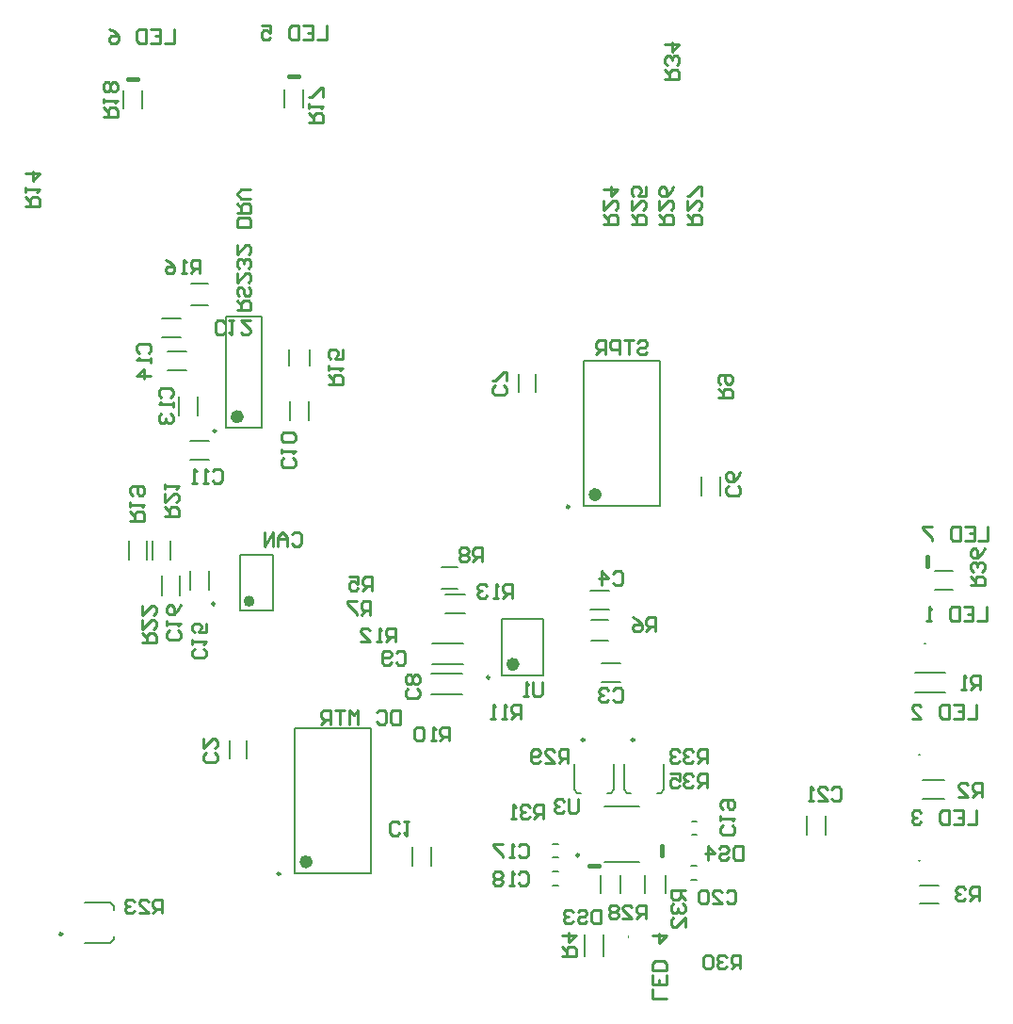
<source format=gbr>
%TF.GenerationSoftware,Altium Limited,Altium Designer,23.1.1 (15)*%
G04 Layer_Color=32896*
%FSLAX45Y45*%
%MOMM*%
%TF.SameCoordinates,94CA0F20-7CEF-4758-9589-D945348769B5*%
%TF.FilePolarity,Positive*%
%TF.FileFunction,Legend,Bot*%
%TF.Part,Single*%
G01*
G75*
%TA.AperFunction,NonConductor*%
%ADD95C,0.25000*%
%ADD96C,0.20000*%
%ADD98C,0.25400*%
%ADD99C,0.60000*%
%ADD100C,0.50000*%
%ADD101C,0.40000*%
D95*
X-7050000Y5223000D02*
G03*
X-7050000Y5223000I-12500J0D01*
G01*
X-8432500Y700000D02*
G03*
X-8432500Y700000I-12500J0D01*
G01*
X-6472500Y1241001D02*
G03*
X-6472500Y1241001I-12500J0D01*
G01*
X-7060000Y3669000D02*
G03*
X-7060000Y3669000I-12500J0D01*
G01*
X-4587500Y3007500D02*
G03*
X-4587500Y3007500I-12500J0D01*
G01*
X-3872500Y4541000D02*
G03*
X-3872500Y4541000I-12500J0D01*
G01*
X-3737500Y2445000D02*
G03*
X-3737500Y2445000I-12500J0D01*
G01*
X-3287500D02*
G03*
X-3287500Y2445000I-12500J0D01*
G01*
X-3785000Y1409500D02*
G03*
X-3785000Y1409500I-12500J0D01*
G01*
D96*
X-3340000Y670000D02*
G03*
X-3340000Y680000I0J5000D01*
G01*
D02*
G03*
X-3340000Y670000I0J-5000D01*
G01*
D02*
G03*
X-3340000Y680000I0J5000D01*
G01*
X-720000Y1360000D02*
G03*
X-730000Y1360000I-5000J0D01*
G01*
D02*
G03*
X-720000Y1360000I5000J0D01*
G01*
D02*
G03*
X-730000Y1360000I-5000J0D01*
G01*
X-720000Y2310000D02*
G03*
X-730000Y2310000I-5000J0D01*
G01*
D02*
G03*
X-720000Y2310000I5000J0D01*
G01*
D02*
G03*
X-730000Y2310000I-5000J0D01*
G01*
X-670000Y3310000D02*
G03*
X-680000Y3310000I-5000J0D01*
G01*
D02*
G03*
X-670000Y3310000I5000J0D01*
G01*
D02*
G03*
X-680000Y3310000I-5000J0D01*
G01*
X-7385000Y5365000D02*
Y5535000D01*
X-7215000Y5365000D02*
Y5535000D01*
X-6960000Y5250000D02*
Y6250000D01*
X-6640000Y5250000D02*
Y6250000D01*
X-6960000Y5250000D02*
X-6640000D01*
X-6960000Y6250000D02*
X-6640000D01*
X-1735000Y1590000D02*
Y1760000D01*
X-1565000Y1590000D02*
Y1760000D01*
X-4175000Y5570000D02*
Y5730000D01*
X-4325000Y5570000D02*
Y5730000D01*
X-6775000Y2277422D02*
Y2437422D01*
X-6925000Y2277422D02*
Y2437422D01*
X-7111123Y3795633D02*
Y3965633D01*
X-7281123Y3795633D02*
Y3965633D01*
X-7485000Y5935000D02*
X-7315000D01*
X-7485000Y5765000D02*
X-7315000D01*
X-7535000Y6065000D02*
X-7365000D01*
X-7535000Y6235000D02*
X-7365000D01*
X-7285000Y4965000D02*
X-7115000D01*
X-7285000Y5135000D02*
X-7115000D01*
X-6385000Y5315000D02*
Y5485000D01*
X-6215000Y5315000D02*
Y5485000D01*
X-2685000Y4640000D02*
Y4810000D01*
X-2515000Y4640000D02*
Y4810000D01*
X-3585000Y3135000D02*
X-3415000D01*
X-3585000Y2965000D02*
X-3415000D01*
X-5285000Y1315000D02*
Y1485000D01*
X-5115000Y1315000D02*
Y1485000D01*
X-7830000Y4065000D02*
Y4235000D01*
X-7669267Y4064467D02*
Y4234467D01*
X-7463632Y4064064D02*
Y4234064D01*
X-7624366Y4064597D02*
Y4234597D01*
X-8230000Y620000D02*
X-8000000D01*
X-7970000Y650000D01*
Y680000D01*
X-7970000Y920000D02*
Y950000D01*
X-8000000Y980000D02*
X-7970000Y950000D01*
X-8230000Y980000D02*
X-8000000D01*
X-6340000Y2550000D02*
X-5660000D01*
X-6340000Y1250001D02*
X-5660000D01*
Y2550000D01*
X-6340000Y1250001D02*
Y2550000D01*
X-6835000Y3609500D02*
X-6535000D01*
Y4109500D01*
X-6835000D02*
X-6535000D01*
X-6835000Y3609500D02*
Y4109500D01*
X-3562500Y503876D02*
Y696124D01*
X-3737500Y503876D02*
Y696124D01*
X-588775Y3798208D02*
X-423775D01*
X-588775Y3963208D02*
X-423775D01*
X-4480000Y3535000D02*
X-4110000D01*
X-4480000Y3025000D02*
X-4110000D01*
Y3535000D01*
X-4480000Y3025000D02*
Y3535000D01*
X-3675830Y3528233D02*
X-3525830D01*
X-3675830Y3338233D02*
X-3525830D01*
X-3685000Y3615000D02*
X-3515000D01*
X-3685000Y3785000D02*
X-3515000D01*
X-5025000Y3805000D02*
X-4875000D01*
X-5025000Y3995000D02*
X-4875000D01*
X-5118325Y2859394D02*
X-4837112D01*
X-5118325Y3040607D02*
X-4837112D01*
X-5108712Y3130371D02*
X-4827499D01*
X-5108712Y3311584D02*
X-4827499D01*
X-4983441Y3757039D02*
X-4813441D01*
X-4983441Y3587039D02*
X-4813441D01*
X-3740000Y5850000D02*
X-3060000D01*
X-3740000Y4550000D02*
X-3060000D01*
Y5850000D01*
X-3740000Y4550000D02*
Y5850000D01*
X-3470000Y2000000D02*
Y2230000D01*
X-3500000Y1970000D02*
X-3470000Y2000000D01*
X-3530000Y1970000D02*
X-3500000D01*
X-3800000Y1970000D02*
X-3770000D01*
X-3830000Y2000000D02*
X-3800000Y1970000D01*
X-3830000Y2000000D02*
Y2230000D01*
X-3020000Y2000000D02*
Y2230000D01*
X-3050000Y1970000D02*
X-3020000Y2000000D01*
X-3080000Y1970000D02*
X-3050000D01*
X-3350000Y1970000D02*
X-3320000D01*
X-3380000Y2000000D02*
X-3350000Y1970000D01*
X-3380000Y2000000D02*
Y2230000D01*
X-3590000Y1070000D02*
Y1230000D01*
X-3410000Y1070000D02*
Y1230000D01*
X-3190000Y1070000D02*
Y1230000D01*
X-3010000Y1070000D02*
Y1230000D01*
X-7370952Y3746573D02*
Y3921573D01*
X-7535952Y3746573D02*
Y3921573D01*
X-766075Y2868153D02*
X-489862D01*
X-766075Y3049366D02*
X-489862D01*
X-696124Y1912500D02*
X-503876D01*
X-696124Y2087500D02*
X-503876D01*
X-719830Y1133150D02*
X-549830D01*
X-720364Y972417D02*
X-550364D01*
X-3557500Y1850000D02*
X-3242500D01*
X-3557500Y1350000D02*
X-3242500D01*
X-6267500Y8127500D02*
Y8292500D01*
X-6432500Y8127500D02*
Y8292500D01*
X-7717500Y8117500D02*
Y8282500D01*
X-7882500Y8117500D02*
Y8282500D01*
X-6205000Y5806539D02*
Y5956540D01*
X-6395000Y5806539D02*
Y5956540D01*
X-7275000Y6355000D02*
X-7125000D01*
X-7275000Y6545000D02*
X-7125000D01*
X-2772190Y1589690D02*
X-2722810D01*
X-2772190Y1710310D02*
X-2722810D01*
X-2774690Y1189690D02*
X-2725310D01*
X-2774690Y1310310D02*
X-2725310D01*
X-4024690Y1260310D02*
X-3975310D01*
X-4024690Y1139690D02*
X-3975310D01*
X-4024690Y1510310D02*
X-3975310D01*
X-4024690Y1389690D02*
X-3975310D01*
D98*
X-1512127Y2001513D02*
X-1491300Y2022340D01*
X-1449647D01*
X-1428820Y2001513D01*
Y1918206D01*
X-1449647Y1897380D01*
X-1491300D01*
X-1512127Y1918206D01*
X-1637086Y1897380D02*
X-1553780D01*
X-1637086Y1980686D01*
Y2001513D01*
X-1616259Y2022340D01*
X-1574606D01*
X-1553780Y2001513D01*
X-1678739Y1897380D02*
X-1720393D01*
X-1699566D01*
Y2022340D01*
X-1678739Y2001513D01*
X-2812480Y7083387D02*
X-2687520D01*
Y7145867D01*
X-2708347Y7166694D01*
X-2750000D01*
X-2770827Y7145867D01*
Y7083387D01*
Y7125040D02*
X-2812480Y7166694D01*
Y7291653D02*
Y7208347D01*
X-2729173Y7291653D01*
X-2708347D01*
X-2687520Y7270826D01*
Y7229173D01*
X-2708347Y7208347D01*
X-2687520Y7333306D02*
Y7416613D01*
X-2708347D01*
X-2791653Y7333306D01*
X-2812480D01*
X-3062480Y7083387D02*
X-2937520D01*
Y7145867D01*
X-2958347Y7166694D01*
X-3000000D01*
X-3020827Y7145867D01*
Y7083387D01*
Y7125040D02*
X-3062480Y7166694D01*
Y7291653D02*
Y7208347D01*
X-2979173Y7291653D01*
X-2958347D01*
X-2937520Y7270826D01*
Y7229173D01*
X-2958347Y7208347D01*
X-2937520Y7416613D02*
X-2958347Y7374960D01*
X-3000000Y7333306D01*
X-3041653D01*
X-3062480Y7354133D01*
Y7395786D01*
X-3041653Y7416613D01*
X-3020827D01*
X-3000000Y7395786D01*
Y7333306D01*
X-3312480Y7083387D02*
X-3187520D01*
Y7145867D01*
X-3208347Y7166694D01*
X-3250000D01*
X-3270827Y7145867D01*
Y7083387D01*
Y7125040D02*
X-3312480Y7166694D01*
Y7291653D02*
Y7208347D01*
X-3229173Y7291653D01*
X-3208347D01*
X-3187520Y7270826D01*
Y7229173D01*
X-3208347Y7208347D01*
X-3187520Y7416613D02*
Y7333306D01*
X-3250000D01*
X-3229173Y7374960D01*
Y7395786D01*
X-3250000Y7416613D01*
X-3291653D01*
X-3312480Y7395786D01*
Y7354133D01*
X-3291653Y7333306D01*
X-3562480Y7083387D02*
X-3437520D01*
Y7145867D01*
X-3458347Y7166693D01*
X-3500000D01*
X-3520827Y7145867D01*
Y7083387D01*
Y7125040D02*
X-3562480Y7166693D01*
Y7291653D02*
Y7208347D01*
X-3479174Y7291653D01*
X-3458347D01*
X-3437520Y7270826D01*
Y7229173D01*
X-3458347Y7208347D01*
X-3562480Y7395786D02*
X-3437520D01*
X-3500000Y7333306D01*
Y7416613D01*
X-7512480Y4454214D02*
X-7387520D01*
Y4516694D01*
X-7408347Y4537520D01*
X-7450000D01*
X-7470827Y4516694D01*
Y4454214D01*
Y4495867D02*
X-7512480Y4537520D01*
Y4662480D02*
Y4579173D01*
X-7429173Y4662480D01*
X-7408347D01*
X-7387520Y4641653D01*
Y4600000D01*
X-7408347Y4579173D01*
X-7512480Y4704133D02*
Y4745786D01*
Y4724960D01*
X-7387520D01*
X-7408347Y4704133D01*
X-7820136Y4414548D02*
X-7695176D01*
Y4477028D01*
X-7716003Y4497855D01*
X-7757656D01*
X-7778483Y4477028D01*
Y4414548D01*
Y4456202D02*
X-7820136Y4497855D01*
Y4539508D02*
Y4581161D01*
Y4560335D01*
X-7695176D01*
X-7716003Y4539508D01*
X-7799310Y4643641D02*
X-7820136Y4664467D01*
Y4706121D01*
X-7799310Y4726947D01*
X-7716003D01*
X-7695176Y4706121D01*
Y4664467D01*
X-7716003Y4643641D01*
X-7736830D01*
X-7757656Y4664467D01*
Y4726947D01*
X-4385811Y3721792D02*
Y3846752D01*
X-4448291D01*
X-4469117Y3825925D01*
Y3784272D01*
X-4448291Y3763445D01*
X-4385811D01*
X-4427464D02*
X-4469117Y3721792D01*
X-4510771D02*
X-4552424D01*
X-4531597D01*
Y3846752D01*
X-4510771Y3825925D01*
X-4614903D02*
X-4635730Y3846752D01*
X-4677383D01*
X-4698210Y3825925D01*
Y3805099D01*
X-4677383Y3784272D01*
X-4656557D01*
X-4677383D01*
X-4698210Y3763445D01*
Y3742619D01*
X-4677383Y3721792D01*
X-4635730D01*
X-4614903Y3742619D01*
X-4308967Y2637205D02*
Y2762164D01*
X-4371447D01*
X-4392274Y2741337D01*
Y2699684D01*
X-4371447Y2678858D01*
X-4308967D01*
X-4350620D02*
X-4392274Y2637205D01*
X-4433927D02*
X-4475580D01*
X-4454753D01*
Y2762164D01*
X-4433927Y2741337D01*
X-4538060Y2637205D02*
X-4579713D01*
X-4558886D01*
Y2762164D01*
X-4538060Y2741337D01*
X-4116694Y2962480D02*
Y2858347D01*
X-4137520Y2837520D01*
X-4179173D01*
X-4200000Y2858347D01*
Y2962480D01*
X-4241653Y2837520D02*
X-4283306D01*
X-4262480D01*
Y2962480D01*
X-4241653Y2941653D01*
X-3479174Y2891653D02*
X-3458347Y2912480D01*
X-3416694D01*
X-3395867Y2891653D01*
Y2808347D01*
X-3416694Y2787520D01*
X-3458347D01*
X-3479174Y2808347D01*
X-3520827Y2891653D02*
X-3541653Y2912480D01*
X-3583307D01*
X-3604133Y2891653D01*
Y2870827D01*
X-3583307Y2850000D01*
X-3562480D01*
X-3583307D01*
X-3604133Y2829173D01*
Y2808347D01*
X-3583307Y2787520D01*
X-3541653D01*
X-3520827Y2808347D01*
X-108428Y4362480D02*
Y4237520D01*
X-191734D01*
X-316694Y4362480D02*
X-233387D01*
Y4237520D01*
X-316694D01*
X-233387Y4300000D02*
X-275040D01*
X-358347Y4362480D02*
Y4237520D01*
X-420826D01*
X-441653Y4258347D01*
Y4341653D01*
X-420826Y4362480D01*
X-358347D01*
X-608266D02*
X-691572D01*
Y4341653D01*
X-608266Y4258347D01*
Y4237520D01*
X-3795867Y1912480D02*
Y1808347D01*
X-3816694Y1787520D01*
X-3858347D01*
X-3879174Y1808347D01*
Y1912480D01*
X-3920827Y1891653D02*
X-3941653Y1912480D01*
X-3983306D01*
X-4004133Y1891653D01*
Y1870827D01*
X-3983306Y1850000D01*
X-3962480D01*
X-3983306D01*
X-4004133Y1829174D01*
Y1808347D01*
X-3983306Y1787520D01*
X-3941653D01*
X-3920827Y1808347D01*
X-3256633Y6014179D02*
X-3235807Y6035005D01*
X-3194153D01*
X-3173327Y6014179D01*
Y5993352D01*
X-3194153Y5972526D01*
X-3235807D01*
X-3256633Y5951699D01*
Y5930872D01*
X-3235807Y5910046D01*
X-3194153D01*
X-3173327Y5930872D01*
X-3298287Y6035005D02*
X-3381593D01*
X-3339940D01*
Y5910046D01*
X-3423246D02*
Y6035005D01*
X-3485726D01*
X-3506553Y6014179D01*
Y5972526D01*
X-3485726Y5951699D01*
X-3423246D01*
X-3548206Y5910046D02*
Y6035005D01*
X-3610685D01*
X-3631512Y6014179D01*
Y5972526D01*
X-3610685Y5951699D01*
X-3548206D01*
X-3589859D02*
X-3631512Y5910046D01*
X-6862480Y6308508D02*
X-6737520D01*
Y6370988D01*
X-6758347Y6391815D01*
X-6800000D01*
X-6820827Y6370988D01*
Y6308508D01*
Y6350162D02*
X-6862480Y6391815D01*
X-6758347Y6516774D02*
X-6737520Y6495948D01*
Y6454294D01*
X-6758347Y6433468D01*
X-6779173D01*
X-6800000Y6454294D01*
Y6495948D01*
X-6820827Y6516774D01*
X-6841653D01*
X-6862480Y6495948D01*
Y6454294D01*
X-6841653Y6433468D01*
X-6862480Y6641734D02*
Y6558428D01*
X-6779173Y6641734D01*
X-6758347D01*
X-6737520Y6620907D01*
Y6579254D01*
X-6758347Y6558428D01*
Y6683387D02*
X-6737520Y6704214D01*
Y6745867D01*
X-6758347Y6766694D01*
X-6779173D01*
X-6800000Y6745867D01*
Y6725040D01*
Y6745867D01*
X-6820827Y6766694D01*
X-6841653D01*
X-6862480Y6745867D01*
Y6704214D01*
X-6841653Y6683387D01*
X-6862480Y6891653D02*
Y6808347D01*
X-6779173Y6891653D01*
X-6758347D01*
X-6737520Y6870826D01*
Y6829173D01*
X-6758347Y6808347D01*
X-6737520Y7058266D02*
X-6862480D01*
Y7120746D01*
X-6841653Y7141572D01*
X-6758347D01*
X-6737520Y7120746D01*
Y7058266D01*
X-6862480Y7183226D02*
X-6737520D01*
Y7245705D01*
X-6758347Y7266532D01*
X-6800000D01*
X-6820827Y7245705D01*
Y7183226D01*
Y7224879D02*
X-6862480Y7266532D01*
X-6737520Y7308185D02*
X-6820827D01*
X-6862480Y7349838D01*
X-6820827Y7391492D01*
X-6737520D01*
X-8762480Y7243801D02*
X-8637520D01*
Y7306280D01*
X-8658347Y7327107D01*
X-8700000D01*
X-8720827Y7306280D01*
Y7243801D01*
Y7285454D02*
X-8762480Y7327107D01*
Y7368760D02*
Y7410413D01*
Y7389587D01*
X-8637520D01*
X-8658347Y7368760D01*
X-8762480Y7535373D02*
X-8637520D01*
X-8700000Y7472893D01*
Y7556200D01*
X-2632953Y2016908D02*
Y2141868D01*
X-2695433D01*
X-2716259Y2121041D01*
Y2079388D01*
X-2695433Y2058561D01*
X-2632953D01*
X-2674606D02*
X-2716259Y2016908D01*
X-2757912Y2121041D02*
X-2778739Y2141868D01*
X-2820392D01*
X-2841219Y2121041D01*
Y2100214D01*
X-2820392Y2079388D01*
X-2799566D01*
X-2820392D01*
X-2841219Y2058561D01*
Y2037735D01*
X-2820392Y2016908D01*
X-2778739D01*
X-2757912Y2037735D01*
X-2966178Y2141868D02*
X-2882872D01*
Y2079388D01*
X-2924525Y2100214D01*
X-2945352D01*
X-2966178Y2079388D01*
Y2037735D01*
X-2945352Y2016908D01*
X-2903699D01*
X-2882872Y2037735D01*
X-3012480Y8383387D02*
X-2887520D01*
Y8445867D01*
X-2908347Y8466694D01*
X-2950000D01*
X-2970826Y8445867D01*
Y8383387D01*
Y8425040D02*
X-3012480Y8466694D01*
X-2908347Y8508347D02*
X-2887520Y8529173D01*
Y8570826D01*
X-2908347Y8591653D01*
X-2929173D01*
X-2950000Y8570826D01*
Y8550000D01*
Y8570826D01*
X-2970826Y8591653D01*
X-2991653D01*
X-3012480Y8570826D01*
Y8529173D01*
X-2991653Y8508347D01*
X-3012480Y8695786D02*
X-2887520D01*
X-2950000Y8633306D01*
Y8716613D01*
X-4104214Y1737520D02*
Y1862480D01*
X-4166693D01*
X-4187520Y1841653D01*
Y1800000D01*
X-4166693Y1779173D01*
X-4104214D01*
X-4145867D02*
X-4187520Y1737520D01*
X-4229173Y1841653D02*
X-4250000Y1862480D01*
X-4291653D01*
X-4312480Y1841653D01*
Y1820827D01*
X-4291653Y1800000D01*
X-4270827D01*
X-4291653D01*
X-4312480Y1779173D01*
Y1758347D01*
X-4291653Y1737520D01*
X-4250000D01*
X-4229173Y1758347D01*
X-4354133Y1737520D02*
X-4395786D01*
X-4374959D01*
Y1862480D01*
X-4354133Y1841653D01*
X-2333387Y387520D02*
Y512480D01*
X-2395867D01*
X-2416694Y491653D01*
Y450000D01*
X-2395867Y429174D01*
X-2333387D01*
X-2375040D02*
X-2416694Y387520D01*
X-2458347Y491653D02*
X-2479173Y512480D01*
X-2520827D01*
X-2541653Y491653D01*
Y470827D01*
X-2520827Y450000D01*
X-2500000D01*
X-2520827D01*
X-2541653Y429174D01*
Y408347D01*
X-2520827Y387520D01*
X-2479173D01*
X-2458347Y408347D01*
X-2583306Y491653D02*
X-2604133Y512480D01*
X-2645786D01*
X-2666613Y491653D01*
Y408347D01*
X-2645786Y387520D01*
X-2604133D01*
X-2583306Y408347D01*
Y491653D01*
X-2633387Y2237520D02*
Y2362480D01*
X-2695867D01*
X-2716694Y2341653D01*
Y2300000D01*
X-2695867Y2279173D01*
X-2633387D01*
X-2675040D02*
X-2716694Y2237520D01*
X-2758347Y2341653D02*
X-2779173Y2362480D01*
X-2820826D01*
X-2841653Y2341653D01*
Y2320827D01*
X-2820826Y2300000D01*
X-2800000D01*
X-2820826D01*
X-2841653Y2279173D01*
Y2258347D01*
X-2820826Y2237520D01*
X-2779173D01*
X-2758347Y2258347D01*
X-2883306Y2341653D02*
X-2904133Y2362480D01*
X-2945786D01*
X-2966613Y2341653D01*
Y2320827D01*
X-2945786Y2300000D01*
X-2924960D01*
X-2945786D01*
X-2966613Y2279173D01*
Y2258347D01*
X-2945786Y2237520D01*
X-2904133D01*
X-2883306Y2258347D01*
X-3883387Y2237520D02*
Y2362480D01*
X-3945867D01*
X-3966694Y2341653D01*
Y2300000D01*
X-3945867Y2279173D01*
X-3883387D01*
X-3925040D02*
X-3966694Y2237520D01*
X-4091653D02*
X-4008347D01*
X-4091653Y2320827D01*
Y2341653D01*
X-4070827Y2362480D01*
X-4029173D01*
X-4008347Y2341653D01*
X-4133306Y2258347D02*
X-4154133Y2237520D01*
X-4195786D01*
X-4216613Y2258347D01*
Y2341653D01*
X-4195786Y2362480D01*
X-4154133D01*
X-4133306Y2341653D01*
Y2320827D01*
X-4154133Y2300000D01*
X-4216613D01*
X-2832634Y1096673D02*
X-2957594D01*
Y1034193D01*
X-2936767Y1013367D01*
X-2895114D01*
X-2874287Y1034193D01*
Y1096673D01*
Y1055020D02*
X-2832634Y1013367D01*
X-2936767Y971713D02*
X-2957594Y950887D01*
Y909234D01*
X-2936767Y888407D01*
X-2915940D01*
X-2895114Y909234D01*
Y930060D01*
Y909234D01*
X-2874287Y888407D01*
X-2853460D01*
X-2832634Y909234D01*
Y950887D01*
X-2853460Y971713D01*
X-2832634Y763447D02*
Y846754D01*
X-2915940Y763447D01*
X-2936767D01*
X-2957594Y784274D01*
Y825927D01*
X-2936767Y846754D01*
X-3183387Y837520D02*
Y962480D01*
X-3245867D01*
X-3266693Y941653D01*
Y900000D01*
X-3245867Y879174D01*
X-3183387D01*
X-3225040D02*
X-3266693Y837520D01*
X-3391653D02*
X-3308347D01*
X-3391653Y920827D01*
Y941653D01*
X-3370826Y962480D01*
X-3329173D01*
X-3308347Y941653D01*
X-3433306D02*
X-3454133Y962480D01*
X-3495786D01*
X-3516613Y941653D01*
Y920827D01*
X-3495786Y900000D01*
X-3516613Y879174D01*
Y858347D01*
X-3495786Y837520D01*
X-3454133D01*
X-3433306Y858347D01*
Y879174D01*
X-3454133Y900000D01*
X-3433306Y920827D01*
Y941653D01*
X-3454133Y900000D02*
X-3495786D01*
X-186125Y999592D02*
Y1124551D01*
X-248604D01*
X-269431Y1103725D01*
Y1062072D01*
X-248604Y1041245D01*
X-186125D01*
X-227778D02*
X-269431Y999592D01*
X-311084Y1103725D02*
X-331911Y1124551D01*
X-373564D01*
X-394391Y1103725D01*
Y1082898D01*
X-373564Y1062072D01*
X-352737D01*
X-373564D01*
X-394391Y1041245D01*
Y1020418D01*
X-373564Y999592D01*
X-331911D01*
X-311084Y1020418D01*
X-161840Y1936184D02*
Y2061143D01*
X-224319D01*
X-245146Y2040317D01*
Y1998664D01*
X-224319Y1977837D01*
X-161840D01*
X-203493D02*
X-245146Y1936184D01*
X-370106D02*
X-286799D01*
X-370106Y2019490D01*
Y2040317D01*
X-349279Y2061143D01*
X-307626D01*
X-286799Y2040317D01*
X-178228Y2899591D02*
Y3024551D01*
X-240708D01*
X-261535Y3003724D01*
Y2962071D01*
X-240708Y2941244D01*
X-178228D01*
X-219881D02*
X-261535Y2899591D01*
X-303188D02*
X-344841D01*
X-324014D01*
Y3024551D01*
X-303188Y3003724D01*
X-3936861Y504080D02*
X-3811901D01*
Y566559D01*
X-3832728Y587386D01*
X-3874381D01*
X-3895207Y566559D01*
Y504080D01*
Y545733D02*
X-3936861Y587386D01*
Y691519D02*
X-3811901D01*
X-3874381Y629039D01*
Y712346D01*
X-7533387Y887520D02*
Y1012480D01*
X-7595867D01*
X-7616694Y991653D01*
Y950000D01*
X-7595867Y929173D01*
X-7533387D01*
X-7575040D02*
X-7616694Y887520D01*
X-7741653D02*
X-7658347D01*
X-7741653Y970827D01*
Y991653D01*
X-7720827Y1012480D01*
X-7679173D01*
X-7658347Y991653D01*
X-7783307D02*
X-7804133Y1012480D01*
X-7845786D01*
X-7866613Y991653D01*
Y970827D01*
X-7845786Y950000D01*
X-7824960D01*
X-7845786D01*
X-7866613Y929173D01*
Y908347D01*
X-7845786Y887520D01*
X-7804133D01*
X-7783307Y908347D01*
X-7712480Y3318387D02*
X-7587520D01*
Y3380867D01*
X-7608347Y3401694D01*
X-7650000D01*
X-7670826Y3380867D01*
Y3318387D01*
Y3360041D02*
X-7712480Y3401694D01*
Y3526653D02*
Y3443347D01*
X-7629173Y3526653D01*
X-7608347D01*
X-7587520Y3505827D01*
Y3464173D01*
X-7608347Y3443347D01*
X-7712480Y3651613D02*
Y3568307D01*
X-7629173Y3651613D01*
X-7608347D01*
X-7587520Y3630786D01*
Y3589133D01*
X-7608347Y3568307D01*
X-8062480Y8043801D02*
X-7937520D01*
Y8106280D01*
X-7958347Y8127107D01*
X-8000000D01*
X-8020826Y8106280D01*
Y8043801D01*
Y8085454D02*
X-8062480Y8127107D01*
Y8168760D02*
Y8210414D01*
Y8189587D01*
X-7937520D01*
X-7958347Y8168760D01*
Y8272893D02*
X-7937520Y8293720D01*
Y8335373D01*
X-7958347Y8356200D01*
X-7979173D01*
X-8000000Y8335373D01*
X-8020826Y8356200D01*
X-8041653D01*
X-8062480Y8335373D01*
Y8293720D01*
X-8041653Y8272893D01*
X-8020826D01*
X-8000000Y8293720D01*
X-7979173Y8272893D01*
X-7958347D01*
X-8000000Y8293720D02*
Y8335373D01*
X-6212480Y7993801D02*
X-6087520D01*
Y8056280D01*
X-6108347Y8077107D01*
X-6150000D01*
X-6170826Y8056280D01*
Y7993801D01*
Y8035454D02*
X-6212480Y8077107D01*
Y8118760D02*
Y8160413D01*
Y8139587D01*
X-6087520D01*
X-6108347Y8118760D01*
X-6087520Y8222893D02*
Y8306200D01*
X-6108347D01*
X-6191653Y8222893D01*
X-6212480D01*
X-7193801Y6637520D02*
Y6762480D01*
X-7256280D01*
X-7277107Y6741653D01*
Y6700000D01*
X-7256280Y6679174D01*
X-7193801D01*
X-7235454D02*
X-7277107Y6637520D01*
X-7318760D02*
X-7360414D01*
X-7339587D01*
Y6762480D01*
X-7318760Y6741653D01*
X-7506200Y6762480D02*
X-7464546Y6741653D01*
X-7422893Y6700000D01*
Y6658347D01*
X-7443720Y6637520D01*
X-7485373D01*
X-7506200Y6658347D01*
Y6679174D01*
X-7485373Y6700000D01*
X-7422893D01*
X-6038956Y5642080D02*
X-5913996D01*
Y5704559D01*
X-5934823Y5725386D01*
X-5976476D01*
X-5997302Y5704559D01*
Y5642080D01*
Y5683733D02*
X-6038956Y5725386D01*
Y5767039D02*
Y5808692D01*
Y5787866D01*
X-5913996D01*
X-5934823Y5767039D01*
X-5913996Y5954479D02*
Y5871172D01*
X-5976476D01*
X-5955649Y5912825D01*
Y5933652D01*
X-5976476Y5954479D01*
X-6018129D01*
X-6038956Y5933652D01*
Y5891999D01*
X-6018129Y5871172D01*
X-5438229Y3326767D02*
Y3451726D01*
X-5500709D01*
X-5521535Y3430900D01*
Y3389246D01*
X-5500709Y3368420D01*
X-5438229D01*
X-5479882D02*
X-5521535Y3326767D01*
X-5563189D02*
X-5604842D01*
X-5584015D01*
Y3451726D01*
X-5563189Y3430900D01*
X-5750628Y3326767D02*
X-5667321D01*
X-5750628Y3410073D01*
Y3430900D01*
X-5729801Y3451726D01*
X-5688148D01*
X-5667321Y3430900D01*
X-4951053Y2436625D02*
Y2561585D01*
X-5013533D01*
X-5034359Y2540758D01*
Y2499105D01*
X-5013533Y2478279D01*
X-4951053D01*
X-4992706D02*
X-5034359Y2436625D01*
X-5076012D02*
X-5117666D01*
X-5096839D01*
Y2561585D01*
X-5076012Y2540758D01*
X-5180145D02*
X-5200972Y2561585D01*
X-5242625D01*
X-5263452Y2540758D01*
Y2457452D01*
X-5242625Y2436625D01*
X-5200972D01*
X-5180145Y2457452D01*
Y2540758D01*
X-262480Y3833387D02*
X-137520D01*
Y3895867D01*
X-158347Y3916693D01*
X-200000D01*
X-220827Y3895867D01*
Y3833387D01*
Y3875040D02*
X-262480Y3916693D01*
X-158347Y3958347D02*
X-137520Y3979173D01*
Y4020826D01*
X-158347Y4041653D01*
X-179173D01*
X-200000Y4020826D01*
Y4000000D01*
Y4020826D01*
X-220827Y4041653D01*
X-241653D01*
X-262480Y4020826D01*
Y3979173D01*
X-241653Y3958347D01*
X-137520Y4166613D02*
X-158347Y4124959D01*
X-200000Y4083306D01*
X-241653D01*
X-262480Y4104133D01*
Y4145786D01*
X-241653Y4166613D01*
X-220827D01*
X-200000Y4145786D01*
Y4083306D01*
X-2533273Y5519446D02*
X-2408313D01*
Y5581926D01*
X-2429140Y5602753D01*
X-2470793D01*
X-2491620Y5581926D01*
Y5519446D01*
Y5561100D02*
X-2533273Y5602753D01*
X-2512446Y5644406D02*
X-2533273Y5665233D01*
Y5706886D01*
X-2512446Y5727712D01*
X-2429140D01*
X-2408313Y5706886D01*
Y5665233D01*
X-2429140Y5644406D01*
X-2449966D01*
X-2470793Y5665233D01*
Y5727712D01*
X-5645867Y3787520D02*
Y3912480D01*
X-5708347D01*
X-5729173Y3891653D01*
Y3850000D01*
X-5708347Y3829173D01*
X-5645867D01*
X-5687520D02*
X-5729173Y3787520D01*
X-5854133Y3912480D02*
X-5770827D01*
Y3850000D01*
X-5812480Y3870827D01*
X-5833306D01*
X-5854133Y3850000D01*
Y3808347D01*
X-5833306Y3787520D01*
X-5791653D01*
X-5770827Y3808347D01*
X-3096697Y3420753D02*
Y3545712D01*
X-3159177D01*
X-3180003Y3524886D01*
Y3483233D01*
X-3159177Y3462406D01*
X-3096697D01*
X-3138350D02*
X-3180003Y3420753D01*
X-3304963Y3545712D02*
X-3263310Y3524886D01*
X-3221656Y3483233D01*
Y3441579D01*
X-3242483Y3420753D01*
X-3284136D01*
X-3304963Y3441579D01*
Y3462406D01*
X-3284136Y3483233D01*
X-3221656D01*
X-5661756Y3564907D02*
Y3689867D01*
X-5724236D01*
X-5745062Y3669040D01*
Y3627387D01*
X-5724236Y3606560D01*
X-5661756D01*
X-5703409D02*
X-5745062Y3564907D01*
X-5786716Y3689867D02*
X-5870022D01*
Y3669040D01*
X-5786716Y3585733D01*
Y3564907D01*
X-4654941Y4047389D02*
Y4172348D01*
X-4717421D01*
X-4738248Y4151522D01*
Y4109868D01*
X-4717421Y4089042D01*
X-4654941D01*
X-4696594D02*
X-4738248Y4047389D01*
X-4779901Y4151522D02*
X-4800727Y4172348D01*
X-4842380D01*
X-4863207Y4151522D01*
Y4130695D01*
X-4842380Y4109868D01*
X-4863207Y4089042D01*
Y4068215D01*
X-4842380Y4047389D01*
X-4800727D01*
X-4779901Y4068215D01*
Y4089042D01*
X-4800727Y4109868D01*
X-4779901Y4130695D01*
Y4151522D01*
X-4800727Y4109868D02*
X-4842380D01*
X-2999530Y123891D02*
X-3124490D01*
Y207197D01*
X-2999530Y332157D02*
Y248850D01*
X-3124490D01*
Y332157D01*
X-3062010Y248850D02*
Y290503D01*
X-2999530Y373810D02*
X-3124490D01*
Y436289D01*
X-3103663Y457116D01*
X-3020357D01*
X-2999530Y436289D01*
Y373810D01*
X-3124490Y686209D02*
X-2999530D01*
X-3062010Y623729D01*
Y707035D01*
X-2316145Y1490651D02*
Y1365691D01*
X-2378624D01*
X-2399451Y1386517D01*
Y1469824D01*
X-2378624Y1490651D01*
X-2316145D01*
X-2524411Y1469824D02*
X-2503584Y1490651D01*
X-2461931D01*
X-2441104Y1469824D01*
Y1448997D01*
X-2461931Y1428171D01*
X-2503584D01*
X-2524411Y1407344D01*
Y1386517D01*
X-2503584Y1365691D01*
X-2461931D01*
X-2441104Y1386517D01*
X-2628544Y1365691D02*
Y1490651D01*
X-2566064Y1428171D01*
X-2649370D01*
X-3589086Y920551D02*
Y795591D01*
X-3651565D01*
X-3672392Y816417D01*
Y899724D01*
X-3651565Y920551D01*
X-3589086D01*
X-3797352Y899724D02*
X-3776525Y920551D01*
X-3734872D01*
X-3714045Y899724D01*
Y878897D01*
X-3734872Y858071D01*
X-3776525D01*
X-3797352Y837244D01*
Y816417D01*
X-3776525Y795591D01*
X-3734872D01*
X-3714045Y816417D01*
X-3839005Y899724D02*
X-3859831Y920551D01*
X-3901484D01*
X-3922311Y899724D01*
Y878897D01*
X-3901484Y858071D01*
X-3880658D01*
X-3901484D01*
X-3922311Y837244D01*
Y816417D01*
X-3901484Y795591D01*
X-3859831D01*
X-3839005Y816417D01*
X-6058428Y8862480D02*
Y8737520D01*
X-6141734D01*
X-6266694Y8862480D02*
X-6183387D01*
Y8737520D01*
X-6266694D01*
X-6183387Y8800000D02*
X-6225040D01*
X-6308347Y8862480D02*
Y8737520D01*
X-6370826D01*
X-6391653Y8758347D01*
Y8841653D01*
X-6370826Y8862480D01*
X-6308347D01*
X-6641572D02*
X-6558266D01*
Y8800000D01*
X-6599919Y8820827D01*
X-6620746D01*
X-6641572Y8800000D01*
Y8758347D01*
X-6620746Y8737520D01*
X-6579093D01*
X-6558266Y8758347D01*
X-7428814Y8834756D02*
Y8709796D01*
X-7512120D01*
X-7637080Y8834756D02*
X-7553774D01*
Y8709796D01*
X-7637080D01*
X-7553774Y8772276D02*
X-7595427D01*
X-7678733Y8834756D02*
Y8709796D01*
X-7741213D01*
X-7762040Y8730623D01*
Y8813929D01*
X-7741213Y8834756D01*
X-7678733D01*
X-8011959D02*
X-7970306Y8813929D01*
X-7928652Y8772276D01*
Y8730623D01*
X-7949479Y8709796D01*
X-7991132D01*
X-8011959Y8730623D01*
Y8751450D01*
X-7991132Y8772276D01*
X-7928652D01*
X-5395948Y2712480D02*
Y2587520D01*
X-5458427D01*
X-5479254Y2608347D01*
Y2691653D01*
X-5458427Y2712480D01*
X-5395948D01*
X-5604214Y2691653D02*
X-5583387Y2712480D01*
X-5541734D01*
X-5520907Y2691653D01*
Y2608347D01*
X-5541734Y2587520D01*
X-5583387D01*
X-5604214Y2608347D01*
X-5770827Y2587520D02*
Y2712480D01*
X-5812480Y2670827D01*
X-5854133Y2712480D01*
Y2587520D01*
X-5895786Y2712480D02*
X-5979093D01*
X-5937439D01*
Y2587520D01*
X-6020746D02*
Y2712480D01*
X-6083226D01*
X-6104052Y2691653D01*
Y2650000D01*
X-6083226Y2629174D01*
X-6020746D01*
X-6062399D02*
X-6104052Y2587520D01*
X-6366694Y4291653D02*
X-6345867Y4312480D01*
X-6304214D01*
X-6283387Y4291653D01*
Y4208347D01*
X-6304214Y4187520D01*
X-6345867D01*
X-6366694Y4208347D01*
X-6408347Y4187520D02*
Y4270827D01*
X-6450000Y4312480D01*
X-6491653Y4270827D01*
Y4187520D01*
Y4250000D01*
X-6408347D01*
X-6533306Y4187520D02*
Y4312480D01*
X-6616613Y4187520D01*
Y4312480D01*
X-2458891Y1076023D02*
X-2438064Y1096850D01*
X-2396411D01*
X-2375585Y1076023D01*
Y992717D01*
X-2396411Y971890D01*
X-2438064D01*
X-2458891Y992717D01*
X-2583851Y971890D02*
X-2500544D01*
X-2583851Y1055197D01*
Y1076023D01*
X-2563024Y1096850D01*
X-2521371D01*
X-2500544Y1076023D01*
X-2625504D02*
X-2646330Y1096850D01*
X-2687984D01*
X-2708810Y1076023D01*
Y992717D01*
X-2687984Y971890D01*
X-2646330D01*
X-2625504Y992717D01*
Y1076023D01*
X-2408347Y1677107D02*
X-2387520Y1656280D01*
Y1614627D01*
X-2408347Y1593801D01*
X-2491653D01*
X-2512480Y1614627D01*
Y1656280D01*
X-2491653Y1677107D01*
X-2512480Y1718760D02*
Y1760414D01*
Y1739587D01*
X-2387520D01*
X-2408347Y1718760D01*
X-2491653Y1822893D02*
X-2512480Y1843720D01*
Y1885373D01*
X-2491653Y1906200D01*
X-2408347D01*
X-2387520Y1885373D01*
Y1843720D01*
X-2408347Y1822893D01*
X-2429173D01*
X-2450000Y1843720D01*
Y1906200D01*
X-7741653Y5922893D02*
X-7762480Y5943720D01*
Y5985373D01*
X-7741653Y6006199D01*
X-7658347D01*
X-7637520Y5985373D01*
Y5943720D01*
X-7658347Y5922893D01*
X-7637520Y5881240D02*
Y5839586D01*
Y5860413D01*
X-7762480D01*
X-7741653Y5881240D01*
X-7637520Y5714627D02*
X-7762480D01*
X-7700000Y5777107D01*
Y5693800D01*
X-7541653Y5522893D02*
X-7562480Y5543720D01*
Y5585373D01*
X-7541653Y5606199D01*
X-7458347D01*
X-7437520Y5585373D01*
Y5543720D01*
X-7458347Y5522893D01*
X-7437520Y5481240D02*
Y5439587D01*
Y5460413D01*
X-7562480D01*
X-7541653Y5481240D01*
Y5377107D02*
X-7562480Y5356280D01*
Y5314627D01*
X-7541653Y5293800D01*
X-7520827D01*
X-7500000Y5314627D01*
Y5335454D01*
Y5314627D01*
X-7479174Y5293800D01*
X-7458347D01*
X-7437520Y5314627D01*
Y5356280D01*
X-7458347Y5377107D01*
X-6972893Y6108347D02*
X-6993720Y6087520D01*
X-7035373D01*
X-7056200Y6108347D01*
Y6191653D01*
X-7035373Y6212480D01*
X-6993720D01*
X-6972893Y6191653D01*
X-6931240Y6212480D02*
X-6889587D01*
X-6910413D01*
Y6087520D01*
X-6931240Y6108347D01*
X-6743801Y6212480D02*
X-6827107D01*
X-6743801Y6129173D01*
Y6108347D01*
X-6764627Y6087520D01*
X-6806281D01*
X-6827107Y6108347D01*
X-7080009Y4857965D02*
X-7059182Y4878792D01*
X-7017529D01*
X-6996703Y4857965D01*
Y4774659D01*
X-7017529Y4753832D01*
X-7059182D01*
X-7080009Y4774659D01*
X-7121662Y4753832D02*
X-7163315D01*
X-7142489D01*
Y4878792D01*
X-7121662Y4857965D01*
X-7225795Y4753832D02*
X-7267448D01*
X-7246622D01*
Y4878792D01*
X-7225795Y4857965D01*
X-6358347Y4977107D02*
X-6337520Y4956280D01*
Y4914627D01*
X-6358347Y4893801D01*
X-6441653D01*
X-6462480Y4914627D01*
Y4956280D01*
X-6441653Y4977107D01*
X-6462480Y5018760D02*
Y5060414D01*
Y5039587D01*
X-6337520D01*
X-6358347Y5018760D01*
Y5122893D02*
X-6337520Y5143720D01*
Y5185373D01*
X-6358347Y5206200D01*
X-6441653D01*
X-6462480Y5185373D01*
Y5143720D01*
X-6441653Y5122893D01*
X-6358347D01*
X-5430718Y3224059D02*
X-5409891Y3244886D01*
X-5368238D01*
X-5347411Y3224059D01*
Y3140752D01*
X-5368238Y3119926D01*
X-5409891D01*
X-5430718Y3140752D01*
X-5472371D02*
X-5493197Y3119926D01*
X-5534850D01*
X-5555677Y3140752D01*
Y3224059D01*
X-5534850Y3244886D01*
X-5493197D01*
X-5472371Y3224059D01*
Y3203232D01*
X-5493197Y3182406D01*
X-5555677D01*
X-5239791Y2905748D02*
X-5218964Y2884922D01*
Y2843268D01*
X-5239791Y2822442D01*
X-5323098D01*
X-5343924Y2843268D01*
Y2884922D01*
X-5323098Y2905748D01*
X-5239791Y2947402D02*
X-5218964Y2968228D01*
Y3009881D01*
X-5239791Y3030708D01*
X-5260618D01*
X-5281444Y3009881D01*
X-5302271Y3030708D01*
X-5323098D01*
X-5343924Y3009881D01*
Y2968228D01*
X-5323098Y2947402D01*
X-5302271D01*
X-5281444Y2968228D01*
X-5260618Y2947402D01*
X-5239791D01*
X-5281444Y2968228D02*
Y3009881D01*
X-4327107Y1241653D02*
X-4306280Y1262480D01*
X-4264627D01*
X-4243801Y1241653D01*
Y1158347D01*
X-4264627Y1137520D01*
X-4306280D01*
X-4327107Y1158347D01*
X-4368760Y1137520D02*
X-4410414D01*
X-4389587D01*
Y1262480D01*
X-4368760Y1241653D01*
X-4472893D02*
X-4493720Y1262480D01*
X-4535373D01*
X-4556200Y1241653D01*
Y1220827D01*
X-4535373Y1200000D01*
X-4556200Y1179173D01*
Y1158347D01*
X-4535373Y1137520D01*
X-4493720D01*
X-4472893Y1158347D01*
Y1179173D01*
X-4493720Y1200000D01*
X-4472893Y1220827D01*
Y1241653D01*
X-4493720Y1200000D02*
X-4535373D01*
X-4327107Y1491653D02*
X-4306280Y1512480D01*
X-4264627D01*
X-4243801Y1491653D01*
Y1408347D01*
X-4264627Y1387520D01*
X-4306280D01*
X-4327107Y1408347D01*
X-4368760Y1387520D02*
X-4410414D01*
X-4389587D01*
Y1512480D01*
X-4368760Y1491653D01*
X-4472893Y1512480D02*
X-4556200D01*
Y1491653D01*
X-4472893Y1408347D01*
Y1387520D01*
X-7160504Y3264824D02*
X-7139678Y3243997D01*
Y3202344D01*
X-7160504Y3181518D01*
X-7243811D01*
X-7264637Y3202344D01*
Y3243997D01*
X-7243811Y3264824D01*
X-7264637Y3306477D02*
Y3348130D01*
Y3327304D01*
X-7139678D01*
X-7160504Y3306477D01*
X-7139678Y3493917D02*
Y3410610D01*
X-7202158D01*
X-7181331Y3452263D01*
Y3473090D01*
X-7202158Y3493917D01*
X-7243811D01*
X-7264637Y3473090D01*
Y3431437D01*
X-7243811Y3410610D01*
X-7388194Y3428671D02*
X-7367367Y3407845D01*
Y3366191D01*
X-7388194Y3345365D01*
X-7471500D01*
X-7492327Y3366191D01*
Y3407845D01*
X-7471500Y3428671D01*
X-7492327Y3470325D02*
Y3511978D01*
Y3491151D01*
X-7367367D01*
X-7388194Y3470325D01*
X-7367367Y3657764D02*
X-7388194Y3616111D01*
X-7429847Y3574457D01*
X-7471500D01*
X-7492327Y3595284D01*
Y3636937D01*
X-7471500Y3657764D01*
X-7450673D01*
X-7429847Y3636937D01*
Y3574457D01*
X-2358347Y4729173D02*
X-2337520Y4708347D01*
Y4666693D01*
X-2358347Y4645867D01*
X-2441653D01*
X-2462480Y4666693D01*
Y4708347D01*
X-2441653Y4729173D01*
X-2337520Y4854133D02*
X-2358347Y4812480D01*
X-2400000Y4770827D01*
X-2441653D01*
X-2462480Y4791653D01*
Y4833306D01*
X-2441653Y4854133D01*
X-2420827D01*
X-2400000Y4833306D01*
Y4770827D01*
X-4458347Y5629173D02*
X-4437520Y5608347D01*
Y5566693D01*
X-4458347Y5545867D01*
X-4541653D01*
X-4562480Y5566693D01*
Y5608347D01*
X-4541653Y5629173D01*
X-4437520Y5670827D02*
Y5754133D01*
X-4458347D01*
X-4541653Y5670827D01*
X-4562480D01*
X-3479173Y3941653D02*
X-3458347Y3962480D01*
X-3416693D01*
X-3395867Y3941653D01*
Y3858347D01*
X-3416693Y3837520D01*
X-3458347D01*
X-3479173Y3858347D01*
X-3583306Y3837520D02*
Y3962480D01*
X-3520827Y3900000D01*
X-3604133D01*
X-5400000Y1608347D02*
X-5420827Y1587521D01*
X-5462480D01*
X-5483306Y1608347D01*
Y1691654D01*
X-5462480Y1712480D01*
X-5420827D01*
X-5400000Y1691654D01*
X-5358347Y1712480D02*
X-5316693D01*
X-5337520D01*
Y1587521D01*
X-5358347Y1608347D01*
X-7058347Y2329174D02*
X-7037520Y2308347D01*
Y2266694D01*
X-7058347Y2245867D01*
X-7141653D01*
X-7162480Y2266694D01*
Y2308347D01*
X-7141653Y2329174D01*
X-7162480Y2454133D02*
Y2370827D01*
X-7079173Y2454133D01*
X-7058347D01*
X-7037520Y2433307D01*
Y2391653D01*
X-7058347Y2370827D01*
X-118216Y3639072D02*
Y3514113D01*
X-201522D01*
X-326482Y3639072D02*
X-243175D01*
Y3514113D01*
X-326482D01*
X-243175Y3576592D02*
X-284828D01*
X-368135Y3639072D02*
Y3514113D01*
X-430615D01*
X-451441Y3534939D01*
Y3618245D01*
X-430615Y3639072D01*
X-368135D01*
X-618054Y3514113D02*
X-659707D01*
X-638881D01*
Y3639072D01*
X-618054Y3618245D01*
X-208428Y2762480D02*
Y2637520D01*
X-291734D01*
X-416694Y2762480D02*
X-333387D01*
Y2637520D01*
X-416694D01*
X-333387Y2700000D02*
X-375040D01*
X-458347Y2762480D02*
Y2637520D01*
X-520826D01*
X-541653Y2658347D01*
Y2741653D01*
X-520826Y2762480D01*
X-458347D01*
X-791572Y2637520D02*
X-708266D01*
X-791572Y2720827D01*
Y2741653D01*
X-770746Y2762480D01*
X-729093D01*
X-708266Y2741653D01*
X-208428Y1812480D02*
Y1687520D01*
X-291734D01*
X-416694Y1812480D02*
X-333387D01*
Y1687520D01*
X-416694D01*
X-333387Y1750000D02*
X-375040D01*
X-458347Y1812480D02*
Y1687520D01*
X-520826D01*
X-541653Y1708347D01*
Y1791653D01*
X-520826Y1812480D01*
X-458347D01*
X-708266Y1791653D02*
X-729093Y1812480D01*
X-770746D01*
X-791572Y1791653D01*
Y1770827D01*
X-770746Y1750000D01*
X-749919D01*
X-770746D01*
X-791572Y1729174D01*
Y1708347D01*
X-770746Y1687520D01*
X-729093D01*
X-708266Y1708347D01*
D99*
X-6830000Y5350000D02*
G03*
X-6830000Y5350000I-30000J0D01*
G01*
X-6210000Y1350001D02*
G03*
X-6210000Y1350001I-30000J0D01*
G01*
X-4350000Y3125000D02*
G03*
X-4350000Y3125000I-30000J0D01*
G01*
X-3610000Y4650000D02*
G03*
X-3610000Y4650000I-30000J0D01*
G01*
D100*
X-6727500Y3692000D02*
G03*
X-6727500Y3692000I-25000J0D01*
G01*
D101*
X-653977Y4010065D02*
Y4090065D01*
X-3689992Y1315008D02*
X-3609992D01*
X-3040000Y1410000D02*
Y1490000D01*
X-7840008Y8384992D02*
X-7760008D01*
X-6390000Y8410000D02*
X-6310000D01*
%TF.MD5,d05da310f3e6305bcc4d9d632984704a*%
M02*

</source>
